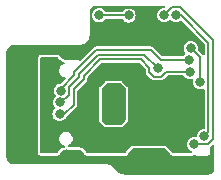
<source format=gbr>
%TF.GenerationSoftware,KiCad,Pcbnew,8.0.6-8.0.6-0~ubuntu24.04.1*%
%TF.CreationDate,2024-11-20T23:40:03+01:00*%
%TF.ProjectId,lumen_PD,6c756d65-6e5f-4504-942e-6b696361645f,rev?*%
%TF.SameCoordinates,Original*%
%TF.FileFunction,Copper,L2,Bot*%
%TF.FilePolarity,Positive*%
%FSLAX46Y46*%
G04 Gerber Fmt 4.6, Leading zero omitted, Abs format (unit mm)*
G04 Created by KiCad (PCBNEW 8.0.6-8.0.6-0~ubuntu24.04.1) date 2024-11-20 23:40:03*
%MOMM*%
%LPD*%
G01*
G04 APERTURE LIST*
G04 Aperture macros list*
%AMOutline5P*
0 Free polygon, 5 corners , with rotation*
0 The origin of the aperture is its center*
0 number of corners: always 5*
0 $1 to $10 corner X, Y*
0 $11 Rotation angle, in degrees counterclockwise*
0 create outline with 5 corners*
4,1,5,$1,$2,$3,$4,$5,$6,$7,$8,$9,$10,$1,$2,$11*%
%AMOutline6P*
0 Free polygon, 6 corners , with rotation*
0 The origin of the aperture is its center*
0 number of corners: always 6*
0 $1 to $12 corner X, Y*
0 $13 Rotation angle, in degrees counterclockwise*
0 create outline with 6 corners*
4,1,6,$1,$2,$3,$4,$5,$6,$7,$8,$9,$10,$11,$12,$1,$2,$13*%
%AMOutline7P*
0 Free polygon, 7 corners , with rotation*
0 The origin of the aperture is its center*
0 number of corners: always 7*
0 $1 to $14 corner X, Y*
0 $15 Rotation angle, in degrees counterclockwise*
0 create outline with 7 corners*
4,1,7,$1,$2,$3,$4,$5,$6,$7,$8,$9,$10,$11,$12,$13,$14,$1,$2,$15*%
%AMOutline8P*
0 Free polygon, 8 corners , with rotation*
0 The origin of the aperture is its center*
0 number of corners: always 8*
0 $1 to $16 corner X, Y*
0 $17 Rotation angle, in degrees counterclockwise*
0 create outline with 8 corners*
4,1,8,$1,$2,$3,$4,$5,$6,$7,$8,$9,$10,$11,$12,$13,$14,$15,$16,$1,$2,$17*%
G04 Aperture macros list end*
%TA.AperFunction,ComponentPad*%
%ADD10Outline8P,-1.000000X1.350000X-0.600000X1.750000X0.600000X1.750000X1.000000X1.350000X1.000000X-1.350000X0.600000X-1.750000X-0.600000X-1.750000X-1.000000X-1.350000X0.000000*%
%TD*%
%TA.AperFunction,ComponentPad*%
%ADD11Outline8P,-1.750000X0.600000X-1.350000X1.000000X1.350000X1.000000X1.750000X0.600000X1.750000X-0.600000X1.350000X-1.000000X-1.350000X-1.000000X-1.750000X-0.600000X0.000000*%
%TD*%
%TA.AperFunction,ComponentPad*%
%ADD12O,2.100000X1.000000*%
%TD*%
%TA.AperFunction,ComponentPad*%
%ADD13O,1.800000X1.000000*%
%TD*%
%TA.AperFunction,ViaPad*%
%ADD14C,0.800000*%
%TD*%
%TA.AperFunction,Conductor*%
%ADD15C,0.200000*%
%TD*%
G04 APERTURE END LIST*
D10*
%TO.P,J2,1*%
%TO.N,VCC*%
X108115000Y-65302500D03*
%TO.P,J2,2*%
%TO.N,GND*%
X102115000Y-65302500D03*
D11*
%TO.P,J2,3,MountPin*%
X105115000Y-70002500D03*
%TD*%
D12*
%TO.P,J1,S1,SHIELD*%
%TO.N,GND*%
X98600000Y-61012500D03*
D13*
X94400000Y-61012500D03*
D12*
X98600000Y-69652500D03*
D13*
X94400000Y-69652500D03*
%TD*%
D14*
%TO.N,+3.3V*%
X108948209Y-68699135D03*
X106399997Y-57750000D03*
%TO.N,VCC*%
X100428725Y-63061225D03*
X100900334Y-57772638D03*
X97600000Y-67350000D03*
X103391068Y-57782583D03*
X97330563Y-63066175D03*
X100300000Y-67732500D03*
%TO.N,Net-(D1-K)*%
X109800000Y-68000000D03*
X107400000Y-57750000D03*
%TO.N,Net-(J1-CC1)*%
X97660000Y-64149997D03*
X108494586Y-61537852D03*
%TO.N,Net-(U1-DM)*%
X97567778Y-65145738D03*
X105844975Y-62255025D03*
%TO.N,Net-(J1-CC2)*%
X97545747Y-66145498D03*
X108550000Y-62550000D03*
%TO.N,Net-(U1-VBUS)*%
X109438528Y-63427500D03*
X108650000Y-60550000D03*
%TO.N,GND*%
X107150000Y-60527500D03*
X101952774Y-59979982D03*
%TD*%
D15*
%TO.N,+3.3V*%
X107099997Y-57050000D02*
X106399997Y-57750000D01*
X110538528Y-59838528D02*
X107750000Y-57050000D01*
X107750000Y-57050000D02*
X107099997Y-57050000D01*
X110100000Y-68700000D02*
X110538528Y-68261472D01*
X109509185Y-68699135D02*
X109510050Y-68700000D01*
X110538528Y-68261472D02*
X110538528Y-59838528D01*
X108948209Y-68699135D02*
X109509185Y-68699135D01*
X109510050Y-68700000D02*
X110100000Y-68700000D01*
%TO.N,VCC*%
X103381123Y-57772638D02*
X100900334Y-57772638D01*
X103391068Y-57782583D02*
X103381123Y-57772638D01*
%TO.N,Net-(D1-K)*%
X110138528Y-67661472D02*
X110138528Y-60088528D01*
X109800000Y-68000000D02*
X110138528Y-67661472D01*
X107800000Y-57750000D02*
X107400000Y-57750000D01*
X110138528Y-60088528D02*
X107800000Y-57750000D01*
%TO.N,Net-(J1-CC1)*%
X100666128Y-60702500D02*
X98800000Y-62568628D01*
X105282400Y-60702500D02*
X100666128Y-60702500D01*
X106117752Y-61537852D02*
X105282400Y-60702500D01*
X98800000Y-62568628D02*
X98800000Y-62852500D01*
X98800000Y-62852500D02*
X97660000Y-63992500D01*
X108494586Y-61537852D02*
X106117752Y-61537852D01*
X97660000Y-63992500D02*
X97660000Y-64149997D01*
%TO.N,Net-(U1-DM)*%
X98360000Y-63858186D02*
X99200000Y-63018186D01*
X99200000Y-62734314D02*
X100831814Y-61102500D01*
X99200000Y-63018186D02*
X99200000Y-62734314D01*
X104692450Y-61102500D02*
X105844975Y-62255025D01*
X100831814Y-61102500D02*
X104692450Y-61102500D01*
X98360000Y-64486739D02*
X98360000Y-63858186D01*
X97567778Y-65145738D02*
X97701001Y-65145738D01*
X97701001Y-65145738D02*
X98360000Y-64486739D01*
%TO.N,Net-(J1-CC2)*%
X105144975Y-62197475D02*
X104450000Y-61502500D01*
X98760000Y-64023872D02*
X98760000Y-65347739D01*
X99600000Y-62900000D02*
X99600000Y-63183872D01*
X105144975Y-62544975D02*
X105144975Y-62197475D01*
X98760000Y-65347739D02*
X97962241Y-66145498D01*
X106144975Y-62955025D02*
X105555025Y-62955025D01*
X106550000Y-62550000D02*
X106144975Y-62955025D01*
X105555025Y-62955025D02*
X105144975Y-62544975D01*
X104450000Y-61502500D02*
X100997500Y-61502500D01*
X108550000Y-62550000D02*
X106550000Y-62550000D01*
X97962241Y-66145498D02*
X97545747Y-66145498D01*
X99600000Y-63183872D02*
X98760000Y-64023872D01*
X100997500Y-61502500D02*
X99600000Y-62900000D01*
%TO.N,Net-(U1-VBUS)*%
X109438528Y-61338528D02*
X109438528Y-63427500D01*
X108650000Y-60550000D02*
X109438528Y-61338528D01*
%TD*%
%TA.AperFunction,Conductor*%
%TO.N,GND*%
G36*
X106419934Y-56969407D02*
G01*
X106455898Y-57018907D01*
X106455898Y-57080093D01*
X106419934Y-57129593D01*
X106374665Y-57147653D01*
X106243238Y-57164955D01*
X106243230Y-57164957D01*
X106097158Y-57225462D01*
X106097157Y-57225462D01*
X105971720Y-57321713D01*
X105971710Y-57321723D01*
X105875459Y-57447160D01*
X105875459Y-57447161D01*
X105814954Y-57593233D01*
X105814952Y-57593241D01*
X105794315Y-57749999D01*
X105794315Y-57750000D01*
X105814952Y-57906758D01*
X105814954Y-57906766D01*
X105875459Y-58052838D01*
X105875459Y-58052839D01*
X105970402Y-58176571D01*
X105971715Y-58178282D01*
X106097156Y-58274536D01*
X106097157Y-58274536D01*
X106097158Y-58274537D01*
X106243230Y-58335042D01*
X106243235Y-58335044D01*
X106360806Y-58350522D01*
X106399996Y-58355682D01*
X106399997Y-58355682D01*
X106399998Y-58355682D01*
X106431349Y-58351554D01*
X106556759Y-58335044D01*
X106702838Y-58274536D01*
X106828279Y-58178282D01*
X106828284Y-58178276D01*
X106829989Y-58176571D01*
X106831537Y-58175781D01*
X106833427Y-58174332D01*
X106833695Y-58174682D01*
X106884503Y-58148789D01*
X106944936Y-58158356D01*
X106970002Y-58176565D01*
X106971713Y-58178276D01*
X106971718Y-58178282D01*
X107097159Y-58274536D01*
X107097160Y-58274536D01*
X107097161Y-58274537D01*
X107243233Y-58335042D01*
X107243238Y-58335044D01*
X107360809Y-58350522D01*
X107399999Y-58355682D01*
X107400000Y-58355682D01*
X107400001Y-58355682D01*
X107431352Y-58351554D01*
X107556762Y-58335044D01*
X107702841Y-58274536D01*
X107745272Y-58241976D01*
X107802945Y-58221552D01*
X107861611Y-58238928D01*
X107875543Y-58250514D01*
X109809032Y-60184003D01*
X109836809Y-60238520D01*
X109838028Y-60254007D01*
X109838028Y-61074049D01*
X109819121Y-61132240D01*
X109769621Y-61168204D01*
X109708435Y-61168204D01*
X109669024Y-61144053D01*
X109269180Y-60744209D01*
X109241403Y-60689692D01*
X109241031Y-60661283D01*
X109255682Y-60550000D01*
X109255682Y-60549999D01*
X109244102Y-60462040D01*
X109235044Y-60393238D01*
X109184668Y-60271619D01*
X109174537Y-60247161D01*
X109174537Y-60247160D01*
X109078286Y-60121723D01*
X109078285Y-60121722D01*
X109078282Y-60121718D01*
X109078277Y-60121714D01*
X109078276Y-60121713D01*
X108952838Y-60025462D01*
X108806766Y-59964957D01*
X108806758Y-59964955D01*
X108650001Y-59944318D01*
X108649999Y-59944318D01*
X108493241Y-59964955D01*
X108493233Y-59964957D01*
X108347161Y-60025462D01*
X108347160Y-60025462D01*
X108221723Y-60121713D01*
X108221713Y-60121723D01*
X108125462Y-60247160D01*
X108125462Y-60247161D01*
X108064957Y-60393233D01*
X108064955Y-60393241D01*
X108044318Y-60549999D01*
X108044318Y-60550000D01*
X108064955Y-60706758D01*
X108064957Y-60706766D01*
X108125461Y-60852836D01*
X108125463Y-60852838D01*
X108125464Y-60852841D01*
X108167264Y-60907316D01*
X108187687Y-60964989D01*
X108170310Y-61023655D01*
X108148989Y-61046122D01*
X108066310Y-61109564D01*
X108066299Y-61109575D01*
X107997974Y-61198619D01*
X107947549Y-61233275D01*
X107919432Y-61237352D01*
X106283231Y-61237352D01*
X106225040Y-61218445D01*
X106213227Y-61208356D01*
X105849350Y-60844479D01*
X105466911Y-60462040D01*
X105466904Y-60462036D01*
X105440457Y-60446767D01*
X105413785Y-60431368D01*
X105398388Y-60422478D01*
X105321964Y-60402000D01*
X105321962Y-60402000D01*
X100705690Y-60402000D01*
X100626566Y-60402000D01*
X100580109Y-60414448D01*
X100550135Y-60422479D01*
X100481621Y-60462036D01*
X100481620Y-60462037D01*
X99345272Y-61598384D01*
X99290755Y-61626161D01*
X99230323Y-61616590D01*
X99200716Y-61593518D01*
X99191852Y-61583373D01*
X99191851Y-61583372D01*
X99113341Y-61536464D01*
X99113339Y-61536463D01*
X99113337Y-61536462D01*
X99055147Y-61517556D01*
X99055148Y-61517556D01*
X98991651Y-61507500D01*
X98991648Y-61507500D01*
X98333011Y-61507500D01*
X98295562Y-61510941D01*
X98295559Y-61510941D01*
X98295554Y-61510942D01*
X98260072Y-61517518D01*
X98250319Y-61519572D01*
X98250316Y-61519573D01*
X98167040Y-61560443D01*
X98106471Y-61569107D01*
X98065683Y-61551987D01*
X98061570Y-61549034D01*
X98061567Y-61549032D01*
X98008183Y-61519135D01*
X98008178Y-61519133D01*
X98008176Y-61519132D01*
X97947866Y-61496882D01*
X97947849Y-61496877D01*
X97915170Y-61490377D01*
X97896608Y-61484747D01*
X97852929Y-61466655D01*
X97852919Y-61466649D01*
X97824533Y-61454891D01*
X97807419Y-61445744D01*
X97742565Y-61402410D01*
X97727562Y-61390098D01*
X97672402Y-61334938D01*
X97660091Y-61319936D01*
X97646079Y-61298966D01*
X97601553Y-61232328D01*
X97578823Y-61204070D01*
X97554699Y-61178979D01*
X97548574Y-61172872D01*
X97548572Y-61172870D01*
X97470068Y-61125966D01*
X97470060Y-61125962D01*
X97411870Y-61107056D01*
X97411871Y-61107056D01*
X97348374Y-61097000D01*
X97348371Y-61097000D01*
X95999000Y-61097000D01*
X95966856Y-61099530D01*
X95936206Y-61104383D01*
X95931718Y-61105146D01*
X95931713Y-61105147D01*
X95847617Y-61141091D01*
X95798118Y-61177055D01*
X95770372Y-61201297D01*
X95723464Y-61279807D01*
X95723462Y-61279810D01*
X95704556Y-61337999D01*
X95694500Y-61401496D01*
X95694500Y-61401500D01*
X95694500Y-68173787D01*
X95694500Y-69353500D01*
X95696963Y-69384793D01*
X95697030Y-69385643D01*
X95701883Y-69416293D01*
X95702646Y-69420781D01*
X95702647Y-69420786D01*
X95738591Y-69504882D01*
X95750400Y-69521135D01*
X95774556Y-69554383D01*
X95798797Y-69582128D01*
X95877307Y-69629036D01*
X95935498Y-69647943D01*
X95948198Y-69649954D01*
X95998996Y-69658000D01*
X95999000Y-69658000D01*
X97308475Y-69658000D01*
X97308477Y-69658000D01*
X97308480Y-69657999D01*
X97308487Y-69657999D01*
X97326552Y-69655500D01*
X97364256Y-69650285D01*
X97415983Y-69635697D01*
X97415985Y-69635696D01*
X97415993Y-69635694D01*
X97443081Y-69625959D01*
X97443081Y-69625958D01*
X97443086Y-69625957D01*
X97516467Y-69571374D01*
X97556204Y-69524848D01*
X97589798Y-69470027D01*
X97607608Y-69427026D01*
X97616744Y-69409931D01*
X97660096Y-69345052D01*
X97672394Y-69330067D01*
X97727567Y-69274894D01*
X97742552Y-69262596D01*
X97807427Y-69219247D01*
X97824524Y-69210109D01*
X97896613Y-69180250D01*
X97915175Y-69174619D01*
X97947865Y-69168117D01*
X97964845Y-69163982D01*
X97981009Y-69159309D01*
X98053265Y-69121594D01*
X98061705Y-69114758D01*
X98118826Y-69092831D01*
X98174785Y-69106708D01*
X98211318Y-69128536D01*
X98269509Y-69147443D01*
X98282209Y-69149454D01*
X98333007Y-69157500D01*
X98333011Y-69157500D01*
X99189004Y-69157500D01*
X99208317Y-69159401D01*
X99284822Y-69174620D01*
X99303390Y-69180252D01*
X99375466Y-69210106D01*
X99392576Y-69219252D01*
X99457433Y-69262588D01*
X99472435Y-69274899D01*
X99527598Y-69330062D01*
X99539909Y-69345064D01*
X99583244Y-69409919D01*
X99592392Y-69427033D01*
X99593539Y-69429802D01*
X99610202Y-69470028D01*
X99638676Y-69518609D01*
X99644981Y-69526607D01*
X99671952Y-69560820D01*
X99691319Y-69582128D01*
X99742694Y-69612823D01*
X99769830Y-69629036D01*
X99828021Y-69647943D01*
X99840721Y-69649954D01*
X99891519Y-69658000D01*
X99891523Y-69658000D01*
X103069381Y-69658000D01*
X103070890Y-69657955D01*
X103081472Y-69657644D01*
X103093109Y-69656958D01*
X103167054Y-69638436D01*
X103222619Y-69612819D01*
X103254557Y-69594458D01*
X103315880Y-69526607D01*
X103345776Y-69473223D01*
X103364229Y-69423200D01*
X103387106Y-69387463D01*
X103738074Y-69036496D01*
X103792590Y-69008719D01*
X103808077Y-69007500D01*
X106421922Y-69007500D01*
X106480113Y-69026407D01*
X106491925Y-69036496D01*
X106840223Y-69384793D01*
X106866013Y-69429802D01*
X106867623Y-69435972D01*
X106900214Y-69504883D01*
X106936178Y-69554383D01*
X106960419Y-69582128D01*
X107038929Y-69629036D01*
X107097120Y-69647943D01*
X107109820Y-69649954D01*
X107160618Y-69658000D01*
X107160622Y-69658000D01*
X108700098Y-69658000D01*
X108700103Y-69658000D01*
X108700120Y-69657999D01*
X108724212Y-69656579D01*
X108724228Y-69656577D01*
X108724254Y-69656576D01*
X108747365Y-69653841D01*
X108830589Y-69624981D01*
X108882758Y-69593011D01*
X108888286Y-69588898D01*
X108946260Y-69569338D01*
X108998149Y-69583345D01*
X109074622Y-69629036D01*
X109132813Y-69647943D01*
X109145513Y-69649954D01*
X109196311Y-69658000D01*
X109196315Y-69658000D01*
X110001174Y-69658000D01*
X110001182Y-69658000D01*
X110033140Y-69655500D01*
X110063560Y-69650711D01*
X110067924Y-69649976D01*
X110152087Y-69614185D01*
X110201653Y-69578312D01*
X110229442Y-69554124D01*
X110276493Y-69475699D01*
X110278348Y-69470027D01*
X110295506Y-69417546D01*
X110295508Y-69417537D01*
X110305682Y-69354061D01*
X110305682Y-69354060D01*
X110305726Y-69330062D01*
X110306149Y-69100060D01*
X110303649Y-69067723D01*
X110298804Y-69036948D01*
X110298001Y-69032213D01*
X110292802Y-69020051D01*
X110287318Y-68959114D01*
X110313834Y-68911137D01*
X110480496Y-68744475D01*
X110535013Y-68716698D01*
X110595445Y-68726269D01*
X110638710Y-68769534D01*
X110649500Y-68814479D01*
X110649500Y-70694436D01*
X110648877Y-70705521D01*
X110636970Y-70811194D01*
X110632037Y-70832807D01*
X110598766Y-70927888D01*
X110589148Y-70947861D01*
X110535551Y-71033161D01*
X110521729Y-71050494D01*
X110450494Y-71121729D01*
X110433161Y-71135551D01*
X110347861Y-71189148D01*
X110327888Y-71198766D01*
X110232807Y-71232037D01*
X110211193Y-71236971D01*
X110105541Y-71248875D01*
X110094424Y-71249497D01*
X103030192Y-71247111D01*
X103030175Y-71247109D01*
X102988727Y-71247097D01*
X102979777Y-71246689D01*
X102894223Y-71238896D01*
X102876613Y-71235666D01*
X102798207Y-71213803D01*
X102781464Y-71207453D01*
X102708274Y-71171822D01*
X102692952Y-71162563D01*
X102623954Y-71111817D01*
X102616980Y-71106183D01*
X102015318Y-70573432D01*
X102015288Y-70573381D01*
X102015276Y-70573395D01*
X102015275Y-70573394D01*
X101979182Y-70541397D01*
X101979180Y-70541395D01*
X101979177Y-70541393D01*
X101979175Y-70541392D01*
X101863704Y-70465777D01*
X101863698Y-70465773D01*
X101863694Y-70465771D01*
X101863689Y-70465768D01*
X101863686Y-70465767D01*
X101816124Y-70443678D01*
X101738492Y-70407623D01*
X101658160Y-70383666D01*
X101606207Y-70368173D01*
X101606198Y-70368171D01*
X101469605Y-70348246D01*
X101469603Y-70348246D01*
X101423587Y-70348278D01*
X101400579Y-70348294D01*
X101400524Y-70348294D01*
X101399216Y-70348294D01*
X101360698Y-70348299D01*
X101360697Y-70348299D01*
X101354631Y-70348300D01*
X101354625Y-70348300D01*
X93605568Y-70349498D01*
X93594469Y-70348876D01*
X93488806Y-70336971D01*
X93467192Y-70332037D01*
X93372111Y-70298766D01*
X93352138Y-70289148D01*
X93266838Y-70235551D01*
X93249505Y-70221729D01*
X93178270Y-70150494D01*
X93164448Y-70133161D01*
X93110851Y-70047861D01*
X93101233Y-70027888D01*
X93067962Y-69932807D01*
X93063028Y-69911193D01*
X93059869Y-69883158D01*
X93051122Y-69805520D01*
X93050500Y-69794436D01*
X93050500Y-60855563D01*
X93051122Y-60844479D01*
X93063028Y-60738801D01*
X93067960Y-60717197D01*
X93101234Y-60622108D01*
X93110851Y-60602138D01*
X93164451Y-60516833D01*
X93178266Y-60499509D01*
X93249509Y-60428266D01*
X93266833Y-60414451D01*
X93352140Y-60360849D01*
X93372108Y-60351234D01*
X93467197Y-60317960D01*
X93488801Y-60313028D01*
X93594480Y-60301122D01*
X93605564Y-60300500D01*
X99233157Y-60300500D01*
X99233158Y-60300500D01*
X99396947Y-60271620D01*
X99553233Y-60214736D01*
X99553237Y-60214733D01*
X99553241Y-60214732D01*
X99635538Y-60167217D01*
X99697267Y-60131578D01*
X99824673Y-60024673D01*
X99931578Y-59897267D01*
X99999504Y-59779616D01*
X100014732Y-59753241D01*
X100014733Y-59753237D01*
X100014736Y-59753233D01*
X100071620Y-59596947D01*
X100100500Y-59433158D01*
X100100500Y-59350000D01*
X100100500Y-59310118D01*
X100100500Y-57808355D01*
X100110682Y-57777015D01*
X100109054Y-57770606D01*
X100287748Y-57770606D01*
X100297653Y-57795433D01*
X100315289Y-57929396D01*
X100315291Y-57929404D01*
X100375796Y-58075476D01*
X100375796Y-58075477D01*
X100472047Y-58200914D01*
X100472052Y-58200920D01*
X100472056Y-58200923D01*
X100472057Y-58200924D01*
X100485018Y-58210869D01*
X100597493Y-58297174D01*
X100597494Y-58297174D01*
X100597495Y-58297175D01*
X100743567Y-58357680D01*
X100743572Y-58357682D01*
X100861143Y-58373160D01*
X100900333Y-58378320D01*
X100900334Y-58378320D01*
X100900335Y-58378320D01*
X100931686Y-58374192D01*
X101057096Y-58357682D01*
X101203175Y-58297174D01*
X101328616Y-58200920D01*
X101396946Y-58111871D01*
X101447371Y-58077215D01*
X101475488Y-58073138D01*
X102808284Y-58073138D01*
X102866475Y-58092045D01*
X102886823Y-58111868D01*
X102962786Y-58210865D01*
X102962790Y-58210868D01*
X102962791Y-58210869D01*
X102992150Y-58233396D01*
X103088227Y-58307119D01*
X103088228Y-58307119D01*
X103088229Y-58307120D01*
X103234301Y-58367625D01*
X103234306Y-58367627D01*
X103351877Y-58383105D01*
X103391067Y-58388265D01*
X103391068Y-58388265D01*
X103391069Y-58388265D01*
X103422420Y-58384137D01*
X103547830Y-58367627D01*
X103693909Y-58307119D01*
X103819350Y-58210865D01*
X103915604Y-58085424D01*
X103976112Y-57939345D01*
X103996750Y-57782583D01*
X103976112Y-57625821D01*
X103962614Y-57593233D01*
X103915605Y-57479744D01*
X103915605Y-57479743D01*
X103819354Y-57354306D01*
X103819353Y-57354305D01*
X103819350Y-57354301D01*
X103819345Y-57354297D01*
X103819344Y-57354296D01*
X103748172Y-57299684D01*
X103693909Y-57258047D01*
X103693908Y-57258046D01*
X103693906Y-57258045D01*
X103547834Y-57197540D01*
X103547826Y-57197538D01*
X103391069Y-57176901D01*
X103391067Y-57176901D01*
X103234309Y-57197538D01*
X103234301Y-57197540D01*
X103088229Y-57258045D01*
X103088228Y-57258045D01*
X102962791Y-57354296D01*
X102962782Y-57354305D01*
X102902088Y-57433405D01*
X102851664Y-57468061D01*
X102823546Y-57472138D01*
X101475488Y-57472138D01*
X101417297Y-57453231D01*
X101396946Y-57433405D01*
X101328620Y-57344361D01*
X101328619Y-57344360D01*
X101328616Y-57344356D01*
X101328611Y-57344352D01*
X101328610Y-57344351D01*
X101220741Y-57261581D01*
X101203175Y-57248102D01*
X101203174Y-57248101D01*
X101203172Y-57248100D01*
X101057100Y-57187595D01*
X101057092Y-57187593D01*
X100900335Y-57166956D01*
X100900333Y-57166956D01*
X100743575Y-57187593D01*
X100743567Y-57187595D01*
X100597495Y-57248100D01*
X100597494Y-57248100D01*
X100472057Y-57344351D01*
X100472047Y-57344361D01*
X100375796Y-57469798D01*
X100375796Y-57469799D01*
X100315291Y-57615871D01*
X100315289Y-57615879D01*
X100297653Y-57749842D01*
X100287748Y-57770606D01*
X100109054Y-57770606D01*
X100100500Y-57736920D01*
X100100500Y-57505563D01*
X100101122Y-57494479D01*
X100102782Y-57479743D01*
X100113028Y-57388801D01*
X100117960Y-57367197D01*
X100151234Y-57272108D01*
X100160851Y-57252138D01*
X100163387Y-57248102D01*
X100214451Y-57166833D01*
X100228266Y-57149509D01*
X100299509Y-57078266D01*
X100316833Y-57064451D01*
X100402140Y-57010849D01*
X100422108Y-57001234D01*
X100517197Y-56967960D01*
X100538801Y-56963028D01*
X100644480Y-56951122D01*
X100655564Y-56950500D01*
X100689882Y-56950500D01*
X106361743Y-56950500D01*
X106419934Y-56969407D01*
G37*
%TD.AperFunction*%
%TA.AperFunction,Conductor*%
G36*
X102730113Y-63576407D02*
G01*
X102741925Y-63586496D01*
X103081003Y-63925573D01*
X103108781Y-63980090D01*
X103110000Y-63995577D01*
X103110000Y-66609422D01*
X103091093Y-66667613D01*
X103081004Y-66679426D01*
X102741926Y-67018504D01*
X102687409Y-67046281D01*
X102671922Y-67047500D01*
X101558079Y-67047500D01*
X101499888Y-67028593D01*
X101488075Y-67018504D01*
X101148996Y-66679425D01*
X101121219Y-66624908D01*
X101120000Y-66609421D01*
X101120000Y-63995577D01*
X101138907Y-63937386D01*
X101148996Y-63925573D01*
X101488073Y-63586496D01*
X101542590Y-63558719D01*
X101558077Y-63557500D01*
X102671922Y-63557500D01*
X102730113Y-63576407D01*
G37*
%TD.AperFunction*%
%TD*%
%TA.AperFunction,Conductor*%
%TO.N,VCC*%
G36*
X97406562Y-61321407D02*
G01*
X97430686Y-61346498D01*
X97505886Y-61459042D01*
X97505889Y-61459045D01*
X97603458Y-61556614D01*
X97718182Y-61633271D01*
X97718193Y-61633277D01*
X97765283Y-61652782D01*
X97845672Y-61686080D01*
X97907770Y-61698432D01*
X97961154Y-61728329D01*
X97986770Y-61783894D01*
X97974833Y-61843904D01*
X97929903Y-61885436D01*
X97914082Y-61891155D01*
X97886765Y-61898475D01*
X97857860Y-61906220D01*
X97726639Y-61981981D01*
X97619481Y-62089139D01*
X97543720Y-62220360D01*
X97524270Y-62292950D01*
X97504500Y-62366734D01*
X97504500Y-62518266D01*
X97522257Y-62584537D01*
X97543720Y-62664639D01*
X97619481Y-62795860D01*
X97619483Y-62795862D01*
X97619485Y-62795865D01*
X97726635Y-62903015D01*
X97726637Y-62903016D01*
X97726639Y-62903018D01*
X97857861Y-62978779D01*
X97857859Y-62978779D01*
X97857863Y-62978780D01*
X97857865Y-62978781D01*
X98000515Y-63017003D01*
X98051827Y-63050326D01*
X98073754Y-63107447D01*
X98057919Y-63166548D01*
X98044894Y-63182633D01*
X97710494Y-63517033D01*
X97655977Y-63544810D01*
X97653412Y-63545182D01*
X97503241Y-63564952D01*
X97503233Y-63564954D01*
X97357161Y-63625459D01*
X97357160Y-63625459D01*
X97231723Y-63721710D01*
X97231713Y-63721720D01*
X97135462Y-63847157D01*
X97135462Y-63847158D01*
X97074957Y-63993230D01*
X97074955Y-63993238D01*
X97054318Y-64149996D01*
X97054318Y-64149997D01*
X97074955Y-64306755D01*
X97074957Y-64306763D01*
X97135462Y-64452835D01*
X97135462Y-64452836D01*
X97204491Y-64542796D01*
X97224915Y-64600472D01*
X97207537Y-64659137D01*
X97186218Y-64681604D01*
X97139499Y-64717453D01*
X97139491Y-64717461D01*
X97043240Y-64842898D01*
X97043240Y-64842899D01*
X96982735Y-64988971D01*
X96982733Y-64988979D01*
X96962096Y-65145737D01*
X96962096Y-65145738D01*
X96982733Y-65302496D01*
X96982735Y-65302504D01*
X97043240Y-65448576D01*
X97043240Y-65448577D01*
X97140222Y-65574967D01*
X97160646Y-65632643D01*
X97143268Y-65691309D01*
X97121951Y-65713773D01*
X97117471Y-65717210D01*
X97117460Y-65717221D01*
X97021209Y-65842658D01*
X97021209Y-65842659D01*
X96960704Y-65988731D01*
X96960702Y-65988739D01*
X96940065Y-66145497D01*
X96940065Y-66145498D01*
X96960702Y-66302256D01*
X96960704Y-66302264D01*
X97021209Y-66448336D01*
X97021209Y-66448337D01*
X97117460Y-66573774D01*
X97117465Y-66573780D01*
X97242906Y-66670034D01*
X97242907Y-66670034D01*
X97242908Y-66670035D01*
X97248270Y-66672256D01*
X97388985Y-66730542D01*
X97506556Y-66746020D01*
X97545746Y-66751180D01*
X97545747Y-66751180D01*
X97545748Y-66751180D01*
X97577099Y-66747052D01*
X97702509Y-66730542D01*
X97848588Y-66670034D01*
X97974029Y-66573780D01*
X98070283Y-66448339D01*
X98070288Y-66448326D01*
X98072802Y-66443973D01*
X98109046Y-66407726D01*
X98146752Y-66385958D01*
X98202701Y-66330009D01*
X99000460Y-65532250D01*
X99040022Y-65463727D01*
X99060500Y-65387301D01*
X99060500Y-65308177D01*
X99060500Y-64189350D01*
X99079407Y-64131159D01*
X99089490Y-64119352D01*
X99276093Y-63932749D01*
X100914500Y-63932749D01*
X100914500Y-66672256D01*
X100926131Y-66730731D01*
X100926131Y-66730732D01*
X100959259Y-66780310D01*
X101387190Y-67208240D01*
X101436769Y-67241367D01*
X101436768Y-67241367D01*
X101456085Y-67245209D01*
X101495252Y-67253000D01*
X101495253Y-67253000D01*
X102734750Y-67253000D01*
X102734752Y-67253000D01*
X102793232Y-67241368D01*
X102842808Y-67208242D01*
X103270740Y-66780310D01*
X103303867Y-66730731D01*
X103315500Y-66672248D01*
X103315500Y-63932748D01*
X103303868Y-63874268D01*
X103303868Y-63874267D01*
X103270740Y-63824689D01*
X102842809Y-63396759D01*
X102793230Y-63363632D01*
X102793231Y-63363632D01*
X102734750Y-63352000D01*
X102734748Y-63352000D01*
X101495248Y-63352000D01*
X101495243Y-63352000D01*
X101436768Y-63363631D01*
X101436767Y-63363631D01*
X101387189Y-63396759D01*
X100959259Y-63824690D01*
X100926132Y-63874269D01*
X100914500Y-63932749D01*
X99276093Y-63932749D01*
X99840460Y-63368383D01*
X99869152Y-63318686D01*
X99880021Y-63299861D01*
X99900500Y-63223434D01*
X99900500Y-63065479D01*
X99919407Y-63007288D01*
X99929496Y-62995475D01*
X101092975Y-61831996D01*
X101147492Y-61804219D01*
X101162979Y-61803000D01*
X104284521Y-61803000D01*
X104342712Y-61821907D01*
X104354525Y-61831996D01*
X104815479Y-62292950D01*
X104843256Y-62347467D01*
X104844475Y-62362954D01*
X104844475Y-62584539D01*
X104864953Y-62660962D01*
X104864954Y-62660964D01*
X104867076Y-62664639D01*
X104896434Y-62715489D01*
X104896435Y-62715491D01*
X104904513Y-62729483D01*
X104904514Y-62729485D01*
X105314564Y-63139536D01*
X105370514Y-63195485D01*
X105439032Y-63235044D01*
X105439036Y-63235046D01*
X105515460Y-63255524D01*
X105515462Y-63255525D01*
X105515463Y-63255525D01*
X106184538Y-63255525D01*
X106184538Y-63255524D01*
X106260964Y-63235046D01*
X106329486Y-63195485D01*
X106385435Y-63139536D01*
X106645475Y-62879496D01*
X106699992Y-62851719D01*
X106715479Y-62850500D01*
X107974846Y-62850500D01*
X108033037Y-62869407D01*
X108053388Y-62889233D01*
X108121713Y-62978276D01*
X108121718Y-62978282D01*
X108121722Y-62978285D01*
X108121723Y-62978286D01*
X108122368Y-62978781D01*
X108247159Y-63074536D01*
X108393238Y-63135044D01*
X108510809Y-63150522D01*
X108549999Y-63155682D01*
X108550000Y-63155682D01*
X108550001Y-63155682D01*
X108581352Y-63151554D01*
X108706762Y-63135044D01*
X108730904Y-63125043D01*
X108791899Y-63120242D01*
X108844069Y-63152210D01*
X108867485Y-63208737D01*
X108860255Y-63254391D01*
X108853484Y-63270736D01*
X108853483Y-63270741D01*
X108832846Y-63427499D01*
X108832846Y-63427500D01*
X108853483Y-63584258D01*
X108853485Y-63584266D01*
X108913990Y-63730338D01*
X108913990Y-63730339D01*
X109010241Y-63855776D01*
X109010246Y-63855782D01*
X109135687Y-63952036D01*
X109135688Y-63952036D01*
X109135689Y-63952037D01*
X109235138Y-63993230D01*
X109281766Y-64012544D01*
X109399337Y-64028022D01*
X109438527Y-64033182D01*
X109438528Y-64033182D01*
X109438529Y-64033182D01*
X109469880Y-64029054D01*
X109595290Y-64012544D01*
X109701143Y-63968697D01*
X109762139Y-63963897D01*
X109814308Y-63995866D01*
X109837723Y-64052394D01*
X109838028Y-64060162D01*
X109838028Y-67302490D01*
X109819121Y-67360681D01*
X109769621Y-67396645D01*
X109751951Y-67400643D01*
X109643240Y-67414955D01*
X109643233Y-67414957D01*
X109497161Y-67475462D01*
X109497160Y-67475462D01*
X109371723Y-67571713D01*
X109371713Y-67571723D01*
X109275462Y-67697160D01*
X109275462Y-67697161D01*
X109214957Y-67843233D01*
X109214955Y-67843241D01*
X109194318Y-67999999D01*
X109194318Y-68000008D01*
X109194339Y-68000168D01*
X109194318Y-68000281D01*
X109194318Y-68006489D01*
X109193167Y-68006489D01*
X109183183Y-68060328D01*
X109138796Y-68102441D01*
X109083263Y-68111233D01*
X108948210Y-68093453D01*
X108948208Y-68093453D01*
X108791450Y-68114090D01*
X108791442Y-68114092D01*
X108645370Y-68174597D01*
X108645369Y-68174597D01*
X108519932Y-68270848D01*
X108519922Y-68270858D01*
X108423671Y-68396295D01*
X108423671Y-68396296D01*
X108363166Y-68542368D01*
X108363164Y-68542376D01*
X108342527Y-68699134D01*
X108342527Y-68699135D01*
X108363164Y-68855893D01*
X108363166Y-68855901D01*
X108423671Y-69001973D01*
X108423671Y-69001974D01*
X108498645Y-69099682D01*
X108519927Y-69127417D01*
X108645368Y-69223671D01*
X108725572Y-69256893D01*
X108737989Y-69262036D01*
X108784514Y-69301773D01*
X108798798Y-69361267D01*
X108775383Y-69417795D01*
X108723214Y-69449765D01*
X108700103Y-69452500D01*
X107160622Y-69452500D01*
X107102431Y-69433593D01*
X107066467Y-69384093D01*
X107063524Y-69372813D01*
X107053868Y-69324268D01*
X107053868Y-69324267D01*
X107020740Y-69274689D01*
X106592809Y-68846759D01*
X106543230Y-68813632D01*
X106543231Y-68813632D01*
X106484750Y-68802000D01*
X106484748Y-68802000D01*
X103745248Y-68802000D01*
X103745243Y-68802000D01*
X103686768Y-68813631D01*
X103686767Y-68813631D01*
X103637189Y-68846759D01*
X103209259Y-69274690D01*
X103176132Y-69324269D01*
X103166477Y-69372813D01*
X103136581Y-69426197D01*
X103081016Y-69451814D01*
X103069379Y-69452500D01*
X99891523Y-69452500D01*
X99833332Y-69433593D01*
X99800059Y-69391386D01*
X99772257Y-69324267D01*
X99770775Y-69320689D01*
X99770773Y-69320686D01*
X99770771Y-69320682D01*
X99694114Y-69205958D01*
X99596541Y-69108385D01*
X99481817Y-69031728D01*
X99481806Y-69031722D01*
X99354328Y-68978920D01*
X99218995Y-68952000D01*
X99218993Y-68952000D01*
X98333011Y-68952000D01*
X98274820Y-68933093D01*
X98238856Y-68883593D01*
X98238856Y-68822407D01*
X98274820Y-68772907D01*
X98296652Y-68762493D01*
X98296143Y-68761263D01*
X98302129Y-68758782D01*
X98302135Y-68758781D01*
X98394377Y-68705524D01*
X98433360Y-68683018D01*
X98433360Y-68683017D01*
X98433365Y-68683015D01*
X98540515Y-68575865D01*
X98616281Y-68444635D01*
X98655500Y-68298266D01*
X98655500Y-68146734D01*
X98616281Y-68000365D01*
X98616279Y-68000362D01*
X98616279Y-68000360D01*
X98540518Y-67869139D01*
X98540516Y-67869137D01*
X98540515Y-67869135D01*
X98433365Y-67761985D01*
X98433362Y-67761983D01*
X98433360Y-67761981D01*
X98302138Y-67686220D01*
X98302140Y-67686220D01*
X98245347Y-67671003D01*
X98155766Y-67647000D01*
X98004234Y-67647000D01*
X97914652Y-67671003D01*
X97857860Y-67686220D01*
X97726639Y-67761981D01*
X97619481Y-67869139D01*
X97543720Y-68000360D01*
X97527652Y-68060328D01*
X97504500Y-68146734D01*
X97504500Y-68298266D01*
X97530767Y-68396296D01*
X97543720Y-68444639D01*
X97619481Y-68575860D01*
X97619483Y-68575862D01*
X97619485Y-68575865D01*
X97726635Y-68683015D01*
X97726637Y-68683016D01*
X97726639Y-68683018D01*
X97857861Y-68758779D01*
X97857862Y-68758779D01*
X97857865Y-68758781D01*
X97914080Y-68773843D01*
X97965393Y-68807165D01*
X97987320Y-68864286D01*
X97971485Y-68923387D01*
X97923936Y-68961893D01*
X97907772Y-68966566D01*
X97845678Y-68978918D01*
X97845670Y-68978920D01*
X97718193Y-69031722D01*
X97718182Y-69031728D01*
X97603458Y-69108385D01*
X97505885Y-69205958D01*
X97429228Y-69320682D01*
X97429224Y-69320690D01*
X97399941Y-69391386D01*
X97360204Y-69437912D01*
X97308477Y-69452500D01*
X95999000Y-69452500D01*
X95940809Y-69433593D01*
X95904845Y-69384093D01*
X95900000Y-69353500D01*
X95900000Y-61401500D01*
X95918907Y-61343309D01*
X95968407Y-61307345D01*
X95999000Y-61302500D01*
X97348371Y-61302500D01*
X97406562Y-61321407D01*
G37*
%TD.AperFunction*%
%TD*%
M02*

</source>
